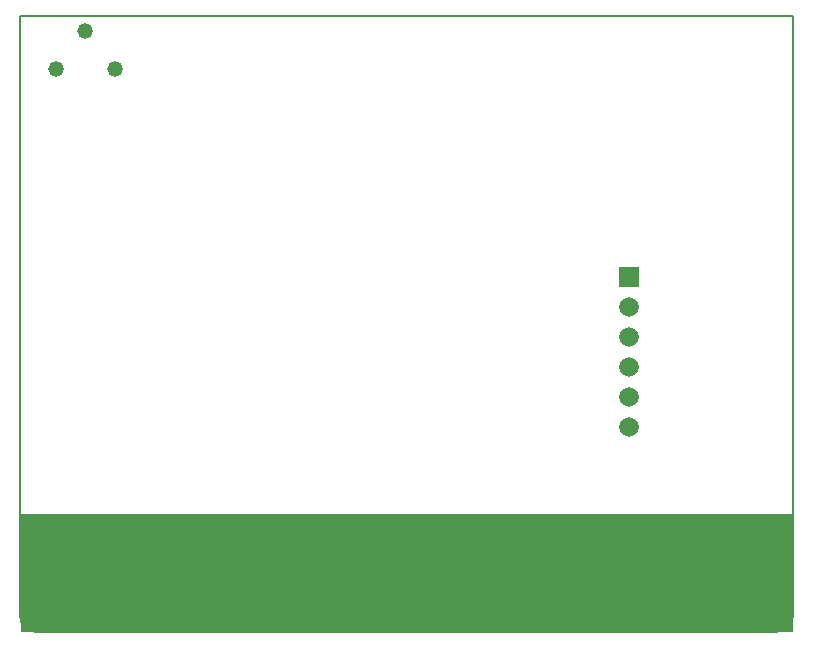
<source format=gbr>
G04 #@! TF.Part,Single*
G04 #@! TF.FileFunction,Soldermask,Bot *
G04 #@! TF.FilePolarity,Negative *
%FSLAX35Y35*%
%MOIN*%
G04 #@! TA.AperFunction,ComponentPad*
%ADD84R,0.06575X0.06575*%
G04 #@! TD.AperFunction*
%ADD10C,0.00500*%
G04 #@! TA.AperFunction,ComponentPad*
%ADD122C,0.05197*%
%ADD85C,0.06575*%
G04 #@! TA.AperFunction,WasherPad*
%ADD132R,2.57639X0.39371*%
X0Y0D02*
D02*
D10*
X142450Y9569D02*
X389310D01*
G75*
G03X394807Y15066J5497*
G01*
Y214707*
X137170*
Y14849*
G75*
G03X142450Y9569I5280*
G01*
D02*
D84*
X340263Y127724D03*
D02*
D85*
Y77724D03*
Y87724D03*
Y97724D03*
Y107724D03*
Y117724D03*
D02*
D122*
X148973Y197114D03*
X158816Y209713D03*
X168658Y197114D03*
D02*
D132*
X266005Y29254D03*
X0Y0D02*
M02*

</source>
